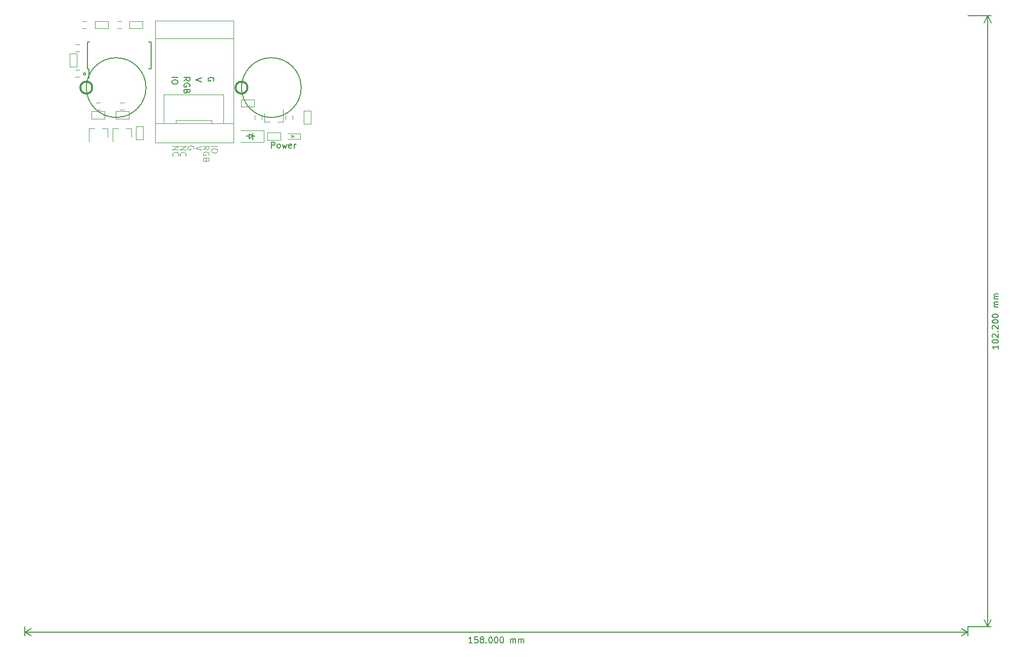
<source format=gbr>
G04 #@! TF.GenerationSoftware,KiCad,Pcbnew,(5.1.10)-1*
G04 #@! TF.CreationDate,2022-05-11T11:06:37+08:00*
G04 #@! TF.ProjectId,RUS-04_1x9,5255532d-3034-45f3-9178-392e6b696361,rev?*
G04 #@! TF.SameCoordinates,Original*
G04 #@! TF.FileFunction,Legend,Top*
G04 #@! TF.FilePolarity,Positive*
%FSLAX45Y45*%
G04 Gerber Fmt 4.5, Leading zero omitted, Abs format (unit mm)*
G04 Created by KiCad (PCBNEW (5.1.10)-1) date 2022-05-11 11:06:37*
%MOMM*%
%LPD*%
G01*
G04 APERTURE LIST*
%ADD10C,0.150000*%
%ADD11C,0.120000*%
%ADD12C,0.100000*%
%ADD13C,0.300000*%
G04 APERTURE END LIST*
D10*
X8235000Y-3846190D02*
X8239762Y-3836667D01*
X8239762Y-3822381D01*
X8235000Y-3808095D01*
X8225476Y-3798571D01*
X8215952Y-3793809D01*
X8196905Y-3789048D01*
X8182619Y-3789048D01*
X8163571Y-3793809D01*
X8154048Y-3798571D01*
X8144524Y-3808095D01*
X8139762Y-3822381D01*
X8139762Y-3831905D01*
X8144524Y-3846190D01*
X8149286Y-3850952D01*
X8182619Y-3850952D01*
X8182619Y-3831905D01*
X8034762Y-3796667D02*
X7934762Y-3830000D01*
X8034762Y-3863333D01*
X7534762Y-3790000D02*
X7634762Y-3790000D01*
X7634762Y-3856667D02*
X7634762Y-3875714D01*
X7630000Y-3885238D01*
X7620476Y-3894762D01*
X7601428Y-3899524D01*
X7568095Y-3899524D01*
X7549048Y-3894762D01*
X7539524Y-3885238D01*
X7534762Y-3875714D01*
X7534762Y-3856667D01*
X7539524Y-3847143D01*
X7549048Y-3837619D01*
X7568095Y-3832857D01*
X7601428Y-3832857D01*
X7620476Y-3837619D01*
X7630000Y-3847143D01*
X7634762Y-3856667D01*
X7734762Y-3847143D02*
X7782381Y-3813809D01*
X7734762Y-3790000D02*
X7834762Y-3790000D01*
X7834762Y-3828095D01*
X7830000Y-3837619D01*
X7825238Y-3842381D01*
X7815714Y-3847143D01*
X7801428Y-3847143D01*
X7791905Y-3842381D01*
X7787143Y-3837619D01*
X7782381Y-3828095D01*
X7782381Y-3790000D01*
X7830000Y-3942381D02*
X7834762Y-3932857D01*
X7834762Y-3918571D01*
X7830000Y-3904286D01*
X7820476Y-3894762D01*
X7810952Y-3890000D01*
X7791905Y-3885238D01*
X7777619Y-3885238D01*
X7758571Y-3890000D01*
X7749048Y-3894762D01*
X7739524Y-3904286D01*
X7734762Y-3918571D01*
X7734762Y-3928095D01*
X7739524Y-3942381D01*
X7744286Y-3947143D01*
X7777619Y-3947143D01*
X7777619Y-3928095D01*
X7787143Y-4023333D02*
X7782381Y-4037619D01*
X7777619Y-4042381D01*
X7768095Y-4047143D01*
X7753809Y-4047143D01*
X7744286Y-4042381D01*
X7739524Y-4037619D01*
X7734762Y-4028095D01*
X7734762Y-3990000D01*
X7834762Y-3990000D01*
X7834762Y-4023333D01*
X7830000Y-4032857D01*
X7825238Y-4037619D01*
X7815714Y-4042381D01*
X7806190Y-4042381D01*
X7796667Y-4037619D01*
X7791905Y-4032857D01*
X7787143Y-4023333D01*
X7787143Y-3990000D01*
D11*
X7669762Y-4941429D02*
X7769762Y-4941429D01*
X7669762Y-4998571D01*
X7769762Y-4998571D01*
X7679286Y-5103333D02*
X7674524Y-5098571D01*
X7669762Y-5084286D01*
X7669762Y-5074762D01*
X7674524Y-5060476D01*
X7684048Y-5050952D01*
X7693571Y-5046190D01*
X7712619Y-5041429D01*
X7726905Y-5041429D01*
X7745952Y-5046190D01*
X7755476Y-5050952D01*
X7765000Y-5060476D01*
X7769762Y-5074762D01*
X7769762Y-5084286D01*
X7765000Y-5098571D01*
X7760238Y-5103333D01*
X7544762Y-4941429D02*
X7644762Y-4941429D01*
X7544762Y-4998571D01*
X7644762Y-4998571D01*
X7554286Y-5103333D02*
X7549524Y-5098571D01*
X7544762Y-5084286D01*
X7544762Y-5074762D01*
X7549524Y-5060476D01*
X7559048Y-5050952D01*
X7568571Y-5046190D01*
X7587619Y-5041429D01*
X7601905Y-5041429D01*
X7620952Y-5046190D01*
X7630476Y-5050952D01*
X7640000Y-5060476D01*
X7644762Y-5074762D01*
X7644762Y-5084286D01*
X7640000Y-5098571D01*
X7635238Y-5103333D01*
X8029762Y-4936667D02*
X7929762Y-4970000D01*
X8029762Y-5003333D01*
X7895000Y-4991190D02*
X7899762Y-4981667D01*
X7899762Y-4967381D01*
X7895000Y-4953095D01*
X7885476Y-4943571D01*
X7875952Y-4938810D01*
X7856905Y-4934048D01*
X7842619Y-4934048D01*
X7823571Y-4938810D01*
X7814048Y-4943571D01*
X7804524Y-4953095D01*
X7799762Y-4967381D01*
X7799762Y-4976905D01*
X7804524Y-4991190D01*
X7809286Y-4995952D01*
X7842619Y-4995952D01*
X7842619Y-4976905D01*
X8054762Y-4995952D02*
X8102381Y-4962619D01*
X8054762Y-4938810D02*
X8154762Y-4938810D01*
X8154762Y-4976905D01*
X8150000Y-4986429D01*
X8145238Y-4991190D01*
X8135714Y-4995952D01*
X8121428Y-4995952D01*
X8111905Y-4991190D01*
X8107143Y-4986429D01*
X8102381Y-4976905D01*
X8102381Y-4938810D01*
X8150000Y-5091190D02*
X8154762Y-5081667D01*
X8154762Y-5067381D01*
X8150000Y-5053095D01*
X8140476Y-5043571D01*
X8130952Y-5038810D01*
X8111905Y-5034048D01*
X8097619Y-5034048D01*
X8078571Y-5038810D01*
X8069048Y-5043571D01*
X8059524Y-5053095D01*
X8054762Y-5067381D01*
X8054762Y-5076905D01*
X8059524Y-5091190D01*
X8064286Y-5095952D01*
X8097619Y-5095952D01*
X8097619Y-5076905D01*
X8107143Y-5172143D02*
X8102381Y-5186429D01*
X8097619Y-5191190D01*
X8088095Y-5195952D01*
X8073809Y-5195952D01*
X8064286Y-5191190D01*
X8059524Y-5186429D01*
X8054762Y-5176905D01*
X8054762Y-5138810D01*
X8154762Y-5138810D01*
X8154762Y-5172143D01*
X8150000Y-5181667D01*
X8145238Y-5186429D01*
X8135714Y-5191190D01*
X8126190Y-5191190D01*
X8116667Y-5186429D01*
X8111905Y-5181667D01*
X8107143Y-5172143D01*
X8107143Y-5138810D01*
X8194762Y-4937619D02*
X8294762Y-4937619D01*
X8294762Y-5004286D02*
X8294762Y-5023333D01*
X8290000Y-5032857D01*
X8280476Y-5042381D01*
X8261428Y-5047143D01*
X8228095Y-5047143D01*
X8209048Y-5042381D01*
X8199524Y-5032857D01*
X8194762Y-5023333D01*
X8194762Y-5004286D01*
X8199524Y-4994762D01*
X8209048Y-4985238D01*
X8228095Y-4980476D01*
X8261428Y-4980476D01*
X8280476Y-4985238D01*
X8290000Y-4994762D01*
X8294762Y-5004286D01*
D10*
X21375238Y-8274762D02*
X21375238Y-8331905D01*
X21375238Y-8303333D02*
X21275238Y-8303333D01*
X21289524Y-8312857D01*
X21299048Y-8322381D01*
X21303810Y-8331905D01*
X21275238Y-8212857D02*
X21275238Y-8203333D01*
X21280000Y-8193809D01*
X21284762Y-8189048D01*
X21294286Y-8184286D01*
X21313333Y-8179524D01*
X21337143Y-8179524D01*
X21356190Y-8184286D01*
X21365714Y-8189048D01*
X21370476Y-8193809D01*
X21375238Y-8203333D01*
X21375238Y-8212857D01*
X21370476Y-8222381D01*
X21365714Y-8227143D01*
X21356190Y-8231905D01*
X21337143Y-8236667D01*
X21313333Y-8236667D01*
X21294286Y-8231905D01*
X21284762Y-8227143D01*
X21280000Y-8222381D01*
X21275238Y-8212857D01*
X21284762Y-8141428D02*
X21280000Y-8136667D01*
X21275238Y-8127143D01*
X21275238Y-8103333D01*
X21280000Y-8093809D01*
X21284762Y-8089048D01*
X21294286Y-8084286D01*
X21303810Y-8084286D01*
X21318095Y-8089048D01*
X21375238Y-8146190D01*
X21375238Y-8084286D01*
X21365714Y-8041428D02*
X21370476Y-8036667D01*
X21375238Y-8041428D01*
X21370476Y-8046190D01*
X21365714Y-8041428D01*
X21375238Y-8041428D01*
X21284762Y-7998571D02*
X21280000Y-7993809D01*
X21275238Y-7984286D01*
X21275238Y-7960476D01*
X21280000Y-7950952D01*
X21284762Y-7946190D01*
X21294286Y-7941428D01*
X21303810Y-7941428D01*
X21318095Y-7946190D01*
X21375238Y-8003333D01*
X21375238Y-7941428D01*
X21275238Y-7879524D02*
X21275238Y-7870000D01*
X21280000Y-7860476D01*
X21284762Y-7855714D01*
X21294286Y-7850952D01*
X21313333Y-7846190D01*
X21337143Y-7846190D01*
X21356190Y-7850952D01*
X21365714Y-7855714D01*
X21370476Y-7860476D01*
X21375238Y-7870000D01*
X21375238Y-7879524D01*
X21370476Y-7889048D01*
X21365714Y-7893809D01*
X21356190Y-7898571D01*
X21337143Y-7903333D01*
X21313333Y-7903333D01*
X21294286Y-7898571D01*
X21284762Y-7893809D01*
X21280000Y-7889048D01*
X21275238Y-7879524D01*
X21275238Y-7784286D02*
X21275238Y-7774762D01*
X21280000Y-7765238D01*
X21284762Y-7760476D01*
X21294286Y-7755714D01*
X21313333Y-7750952D01*
X21337143Y-7750952D01*
X21356190Y-7755714D01*
X21365714Y-7760476D01*
X21370476Y-7765238D01*
X21375238Y-7774762D01*
X21375238Y-7784286D01*
X21370476Y-7793809D01*
X21365714Y-7798571D01*
X21356190Y-7803333D01*
X21337143Y-7808095D01*
X21313333Y-7808095D01*
X21294286Y-7803333D01*
X21284762Y-7798571D01*
X21280000Y-7793809D01*
X21275238Y-7784286D01*
X21375238Y-7631905D02*
X21308571Y-7631905D01*
X21318095Y-7631905D02*
X21313333Y-7627143D01*
X21308571Y-7617619D01*
X21308571Y-7603333D01*
X21313333Y-7593809D01*
X21322857Y-7589048D01*
X21375238Y-7589048D01*
X21322857Y-7589048D02*
X21313333Y-7584286D01*
X21308571Y-7574762D01*
X21308571Y-7560476D01*
X21313333Y-7550952D01*
X21322857Y-7546190D01*
X21375238Y-7546190D01*
X21375238Y-7498571D02*
X21308571Y-7498571D01*
X21318095Y-7498571D02*
X21313333Y-7493809D01*
X21308571Y-7484286D01*
X21308571Y-7470000D01*
X21313333Y-7460476D01*
X21322857Y-7455714D01*
X21375238Y-7455714D01*
X21322857Y-7455714D02*
X21313333Y-7450952D01*
X21308571Y-7441428D01*
X21308571Y-7427143D01*
X21313333Y-7417619D01*
X21322857Y-7412857D01*
X21375238Y-7412857D01*
X21200000Y-12980000D02*
X21200000Y-2760000D01*
X20870000Y-12980000D02*
X21258642Y-12980000D01*
X20870000Y-2760000D02*
X21258642Y-2760000D01*
X21200000Y-2760000D02*
X21258642Y-2872650D01*
X21200000Y-2760000D02*
X21141358Y-2872650D01*
X21200000Y-12980000D02*
X21258642Y-12867350D01*
X21200000Y-12980000D02*
X21141358Y-12867350D01*
X12565238Y-13255238D02*
X12508095Y-13255238D01*
X12536667Y-13255238D02*
X12536667Y-13155238D01*
X12527143Y-13169524D01*
X12517619Y-13179048D01*
X12508095Y-13183809D01*
X12655714Y-13155238D02*
X12608095Y-13155238D01*
X12603333Y-13202857D01*
X12608095Y-13198095D01*
X12617619Y-13193333D01*
X12641428Y-13193333D01*
X12650952Y-13198095D01*
X12655714Y-13202857D01*
X12660476Y-13212381D01*
X12660476Y-13236190D01*
X12655714Y-13245714D01*
X12650952Y-13250476D01*
X12641428Y-13255238D01*
X12617619Y-13255238D01*
X12608095Y-13250476D01*
X12603333Y-13245714D01*
X12717619Y-13198095D02*
X12708095Y-13193333D01*
X12703333Y-13188571D01*
X12698571Y-13179048D01*
X12698571Y-13174286D01*
X12703333Y-13164762D01*
X12708095Y-13160000D01*
X12717619Y-13155238D01*
X12736667Y-13155238D01*
X12746190Y-13160000D01*
X12750952Y-13164762D01*
X12755714Y-13174286D01*
X12755714Y-13179048D01*
X12750952Y-13188571D01*
X12746190Y-13193333D01*
X12736667Y-13198095D01*
X12717619Y-13198095D01*
X12708095Y-13202857D01*
X12703333Y-13207619D01*
X12698571Y-13217143D01*
X12698571Y-13236190D01*
X12703333Y-13245714D01*
X12708095Y-13250476D01*
X12717619Y-13255238D01*
X12736667Y-13255238D01*
X12746190Y-13250476D01*
X12750952Y-13245714D01*
X12755714Y-13236190D01*
X12755714Y-13217143D01*
X12750952Y-13207619D01*
X12746190Y-13202857D01*
X12736667Y-13198095D01*
X12798571Y-13245714D02*
X12803333Y-13250476D01*
X12798571Y-13255238D01*
X12793809Y-13250476D01*
X12798571Y-13245714D01*
X12798571Y-13255238D01*
X12865238Y-13155238D02*
X12874762Y-13155238D01*
X12884286Y-13160000D01*
X12889048Y-13164762D01*
X12893809Y-13174286D01*
X12898571Y-13193333D01*
X12898571Y-13217143D01*
X12893809Y-13236190D01*
X12889048Y-13245714D01*
X12884286Y-13250476D01*
X12874762Y-13255238D01*
X12865238Y-13255238D01*
X12855714Y-13250476D01*
X12850952Y-13245714D01*
X12846190Y-13236190D01*
X12841428Y-13217143D01*
X12841428Y-13193333D01*
X12846190Y-13174286D01*
X12850952Y-13164762D01*
X12855714Y-13160000D01*
X12865238Y-13155238D01*
X12960476Y-13155238D02*
X12970000Y-13155238D01*
X12979524Y-13160000D01*
X12984286Y-13164762D01*
X12989048Y-13174286D01*
X12993809Y-13193333D01*
X12993809Y-13217143D01*
X12989048Y-13236190D01*
X12984286Y-13245714D01*
X12979524Y-13250476D01*
X12970000Y-13255238D01*
X12960476Y-13255238D01*
X12950952Y-13250476D01*
X12946190Y-13245714D01*
X12941428Y-13236190D01*
X12936667Y-13217143D01*
X12936667Y-13193333D01*
X12941428Y-13174286D01*
X12946190Y-13164762D01*
X12950952Y-13160000D01*
X12960476Y-13155238D01*
X13055714Y-13155238D02*
X13065238Y-13155238D01*
X13074762Y-13160000D01*
X13079524Y-13164762D01*
X13084286Y-13174286D01*
X13089048Y-13193333D01*
X13089048Y-13217143D01*
X13084286Y-13236190D01*
X13079524Y-13245714D01*
X13074762Y-13250476D01*
X13065238Y-13255238D01*
X13055714Y-13255238D01*
X13046190Y-13250476D01*
X13041428Y-13245714D01*
X13036667Y-13236190D01*
X13031905Y-13217143D01*
X13031905Y-13193333D01*
X13036667Y-13174286D01*
X13041428Y-13164762D01*
X13046190Y-13160000D01*
X13055714Y-13155238D01*
X13208095Y-13255238D02*
X13208095Y-13188571D01*
X13208095Y-13198095D02*
X13212857Y-13193333D01*
X13222381Y-13188571D01*
X13236667Y-13188571D01*
X13246190Y-13193333D01*
X13250952Y-13202857D01*
X13250952Y-13255238D01*
X13250952Y-13202857D02*
X13255714Y-13193333D01*
X13265238Y-13188571D01*
X13279524Y-13188571D01*
X13289048Y-13193333D01*
X13293809Y-13202857D01*
X13293809Y-13255238D01*
X13341428Y-13255238D02*
X13341428Y-13188571D01*
X13341428Y-13198095D02*
X13346190Y-13193333D01*
X13355714Y-13188571D01*
X13370000Y-13188571D01*
X13379524Y-13193333D01*
X13384286Y-13202857D01*
X13384286Y-13255238D01*
X13384286Y-13202857D02*
X13389048Y-13193333D01*
X13398571Y-13188571D01*
X13412857Y-13188571D01*
X13422381Y-13193333D01*
X13427143Y-13202857D01*
X13427143Y-13255238D01*
X5070000Y-13080000D02*
X20870000Y-13080000D01*
X5070000Y-12980000D02*
X5070000Y-13138642D01*
X20870000Y-12980000D02*
X20870000Y-13138642D01*
X20870000Y-13080000D02*
X20757350Y-13138642D01*
X20870000Y-13080000D02*
X20757350Y-13021358D01*
X5070000Y-13080000D02*
X5182650Y-13138642D01*
X5070000Y-13080000D02*
X5182650Y-13021358D01*
X9202381Y-4970238D02*
X9202381Y-4870238D01*
X9240476Y-4870238D01*
X9250000Y-4875000D01*
X9254762Y-4879762D01*
X9259524Y-4889286D01*
X9259524Y-4903571D01*
X9254762Y-4913095D01*
X9250000Y-4917857D01*
X9240476Y-4922619D01*
X9202381Y-4922619D01*
X9316667Y-4970238D02*
X9307143Y-4965476D01*
X9302381Y-4960714D01*
X9297619Y-4951190D01*
X9297619Y-4922619D01*
X9302381Y-4913095D01*
X9307143Y-4908333D01*
X9316667Y-4903571D01*
X9330952Y-4903571D01*
X9340476Y-4908333D01*
X9345238Y-4913095D01*
X9350000Y-4922619D01*
X9350000Y-4951190D01*
X9345238Y-4960714D01*
X9340476Y-4965476D01*
X9330952Y-4970238D01*
X9316667Y-4970238D01*
X9383333Y-4903571D02*
X9402381Y-4970238D01*
X9421429Y-4922619D01*
X9440476Y-4970238D01*
X9459524Y-4903571D01*
X9535714Y-4965476D02*
X9526190Y-4970238D01*
X9507143Y-4970238D01*
X9497619Y-4965476D01*
X9492857Y-4955952D01*
X9492857Y-4917857D01*
X9497619Y-4908333D01*
X9507143Y-4903571D01*
X9526190Y-4903571D01*
X9535714Y-4908333D01*
X9540476Y-4917857D01*
X9540476Y-4927381D01*
X9492857Y-4936905D01*
X9583333Y-4970238D02*
X9583333Y-4903571D01*
X9583333Y-4922619D02*
X9588095Y-4913095D01*
X9592857Y-4908333D01*
X9602381Y-4903571D01*
X9611905Y-4903571D01*
D12*
X9860000Y-4570000D02*
X9740000Y-4570000D01*
X9860000Y-4350000D02*
X9740000Y-4350000D01*
X9740000Y-4570000D02*
X9740000Y-4350000D01*
X9860000Y-4350000D02*
X9860000Y-4570000D01*
X8910000Y-4160000D02*
X8910000Y-4280000D01*
X8690000Y-4160000D02*
X8690000Y-4280000D01*
X8910000Y-4280000D02*
X8690000Y-4280000D01*
X8690000Y-4160000D02*
X8910000Y-4160000D01*
D13*
X6200000Y-3960000D02*
G75*
G03*
X6200000Y-3960000I-100000J0D01*
G01*
D10*
X7100000Y-3960000D02*
G75*
G03*
X7100000Y-3960000I-500000J0D01*
G01*
D13*
X8800000Y-3960000D02*
G75*
G03*
X8800000Y-3960000I-100000J0D01*
G01*
D10*
X9700000Y-3960000D02*
G75*
G03*
X9700000Y-3960000I-500000J0D01*
G01*
D11*
X9075000Y-4875000D02*
X9075000Y-4675000D01*
D10*
X8825000Y-4775000D02*
X8775000Y-4775000D01*
X8825000Y-4735000D02*
X8885000Y-4775000D01*
X8825000Y-4815000D02*
X8825000Y-4735000D01*
X8885000Y-4775000D02*
X8825000Y-4815000D01*
X8885000Y-4775000D02*
X8885000Y-4720000D01*
X8885000Y-4775000D02*
X8885000Y-4830000D01*
X8925000Y-4775000D02*
X8885000Y-4775000D01*
D11*
X9075000Y-4675000D02*
X8685000Y-4675000D01*
X9075000Y-4875000D02*
X8685000Y-4875000D01*
X6685000Y-2970000D02*
X6615000Y-2970000D01*
X6615000Y-2850000D02*
X6685000Y-2850000D01*
X5985000Y-3780000D02*
X5915000Y-3780000D01*
X5915000Y-3660000D02*
X5985000Y-3660000D01*
X6735000Y-4330000D02*
X6665000Y-4330000D01*
X6665000Y-4210000D02*
X6735000Y-4210000D01*
D12*
X7400000Y-4080000D02*
X8400000Y-4080000D01*
X8400000Y-4560000D02*
X8400000Y-4080000D01*
X8400000Y-4560000D02*
X8200000Y-4560000D01*
X7400000Y-4560000D02*
X7400000Y-4080000D01*
X8200000Y-4510000D02*
X8200000Y-4560000D01*
X8200000Y-4510000D02*
X7600000Y-4510000D01*
X7600000Y-4510000D02*
X7600000Y-4560000D01*
X7400000Y-4560000D02*
X7600000Y-4560000D01*
X6810000Y-4480000D02*
X6590000Y-4480000D01*
X6590000Y-4360000D02*
X6810000Y-4360000D01*
X6810000Y-4480000D02*
X6810000Y-4360000D01*
X6590000Y-4480000D02*
X6590000Y-4360000D01*
D11*
X6265000Y-4210000D02*
X6335000Y-4210000D01*
X6335000Y-4330000D02*
X6265000Y-4330000D01*
X9440000Y-4495000D02*
X9440000Y-4425000D01*
X9560000Y-4425000D02*
X9560000Y-4495000D01*
D10*
X6117500Y-3642500D02*
X6145000Y-3642500D01*
X6117500Y-3197500D02*
X6153000Y-3197500D01*
X7182500Y-3197500D02*
X7147000Y-3197500D01*
X7182500Y-3642500D02*
X7147000Y-3642500D01*
X6117500Y-3642500D02*
X6117500Y-3197500D01*
X7182500Y-3642500D02*
X7182500Y-3197500D01*
X6145000Y-3642500D02*
X6145000Y-3795000D01*
X6088028Y-3730000D02*
G75*
G03*
X6088028Y-3730000I-18028J0D01*
G01*
D12*
X6929740Y-4607800D02*
X7049740Y-4607800D01*
X6929740Y-4827800D02*
X7049740Y-4827800D01*
X7049740Y-4607800D02*
X7049740Y-4827800D01*
X6929740Y-4827800D02*
X6929740Y-4607800D01*
D11*
X6458000Y-4644000D02*
X6365000Y-4644000D01*
X6142000Y-4644000D02*
X6235000Y-4644000D01*
X6142000Y-4644000D02*
X6142000Y-4860000D01*
X6458000Y-4644000D02*
X6458000Y-4790000D01*
X6105000Y-2970000D02*
X6035000Y-2970000D01*
X6035000Y-2850000D02*
X6105000Y-2850000D01*
X8920000Y-4495000D02*
X8920000Y-4425000D01*
X9040000Y-4425000D02*
X9040000Y-4495000D01*
D12*
X5820000Y-3390000D02*
X5940000Y-3390000D01*
X5820000Y-3610000D02*
X5940000Y-3610000D01*
X5940000Y-3390000D02*
X5940000Y-3610000D01*
X5820000Y-3610000D02*
X5820000Y-3390000D01*
D11*
X5985000Y-3360000D02*
X5915000Y-3360000D01*
X5915000Y-3240000D02*
X5985000Y-3240000D01*
X9680000Y-4825000D02*
X9680000Y-4725000D01*
D12*
X9570000Y-4795000D02*
X9570000Y-4755000D01*
X9565000Y-4775000D02*
X9535000Y-4795000D01*
X9535000Y-4755000D02*
X9565000Y-4775000D01*
X9535000Y-4795000D02*
X9535000Y-4755000D01*
D11*
X9680000Y-4725000D02*
X9470000Y-4725000D01*
X9680000Y-4825000D02*
X9470000Y-4825000D01*
D12*
X6410000Y-4360000D02*
X6410000Y-4480000D01*
X6190000Y-4360000D02*
X6190000Y-4480000D01*
X6410000Y-4480000D02*
X6190000Y-4480000D01*
X6190000Y-4360000D02*
X6410000Y-4360000D01*
D11*
X9082000Y-4536000D02*
X9175000Y-4536000D01*
X9398000Y-4536000D02*
X9305000Y-4536000D01*
X9398000Y-4536000D02*
X9398000Y-4320000D01*
X9082000Y-4536000D02*
X9082000Y-4390000D01*
D12*
X9350000Y-4715000D02*
X9350000Y-4835000D01*
X9130000Y-4715000D02*
X9130000Y-4835000D01*
X9350000Y-4835000D02*
X9130000Y-4835000D01*
X9130000Y-4715000D02*
X9350000Y-4715000D01*
X6250000Y-2970000D02*
X6250000Y-2850000D01*
X6470000Y-2970000D02*
X6470000Y-2850000D01*
X6250000Y-2850000D02*
X6470000Y-2850000D01*
X6470000Y-2970000D02*
X6250000Y-2970000D01*
X8570000Y-3140000D02*
X7250000Y-3140000D01*
X8570000Y-4560000D02*
X7250000Y-4560000D01*
X8570000Y-4880000D02*
X8570000Y-2840000D01*
X7250000Y-4880000D02*
X8570000Y-4880000D01*
X7250000Y-2840000D02*
X7250000Y-4880000D01*
X7250000Y-2840000D02*
X8570000Y-2840000D01*
X7040000Y-2850000D02*
X7040000Y-2970000D01*
X6820000Y-2850000D02*
X6820000Y-2970000D01*
X7040000Y-2970000D02*
X6820000Y-2970000D01*
X6820000Y-2850000D02*
X7040000Y-2850000D01*
D11*
X6858000Y-4644000D02*
X6765000Y-4644000D01*
X6542000Y-4644000D02*
X6635000Y-4644000D01*
X6542000Y-4644000D02*
X6542000Y-4860000D01*
X6858000Y-4644000D02*
X6858000Y-4790000D01*
M02*

</source>
